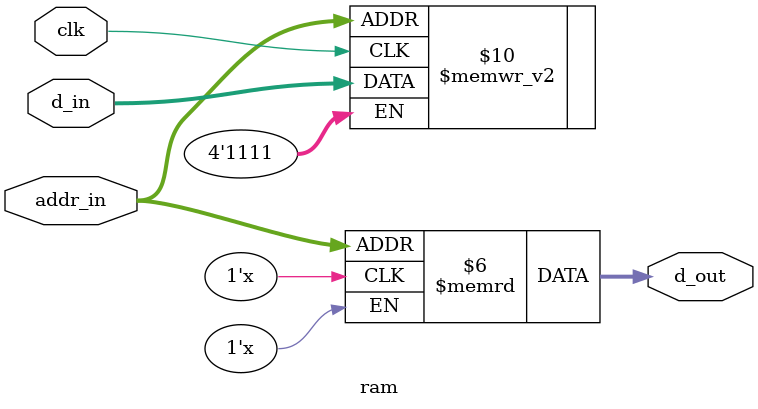
<source format=v>
module ram(
input clk,
input [3:0]d_in,
input [1:0]addr_in,
output [3:0]d_out
);

reg [3:0] reg_mem [3:0];

always @(posedge clk) begin
    reg_mem[addr_in] <= d_in;
end

assign d_out = reg_mem[addr_in];

endmodule
</source>
